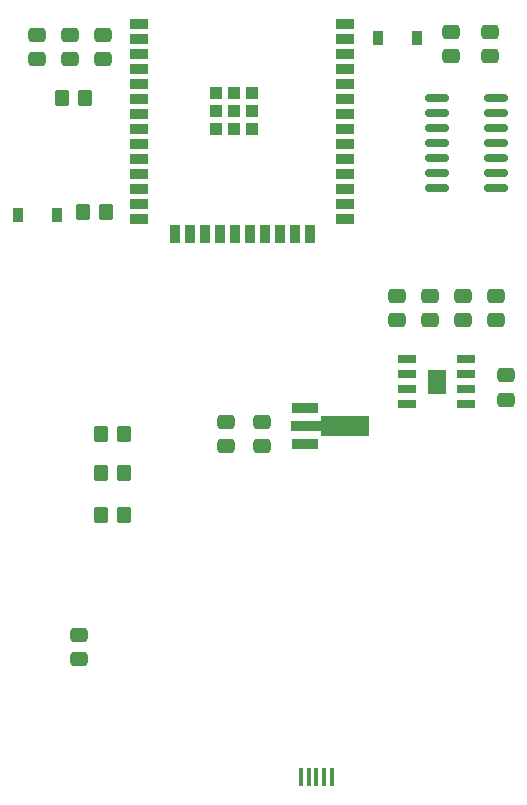
<source format=gtp>
G04 #@! TF.GenerationSoftware,KiCad,Pcbnew,(6.0.10-0)*
G04 #@! TF.CreationDate,2023-03-29T16:12:46-05:00*
G04 #@! TF.ProjectId,v1.0,76312e30-2e6b-4696-9361-645f70636258,rev?*
G04 #@! TF.SameCoordinates,Original*
G04 #@! TF.FileFunction,Paste,Top*
G04 #@! TF.FilePolarity,Positive*
%FSLAX46Y46*%
G04 Gerber Fmt 4.6, Leading zero omitted, Abs format (unit mm)*
G04 Created by KiCad (PCBNEW (6.0.10-0)) date 2023-03-29 16:12:46*
%MOMM*%
%LPD*%
G01*
G04 APERTURE LIST*
G04 Aperture macros list*
%AMRoundRect*
0 Rectangle with rounded corners*
0 $1 Rounding radius*
0 $2 $3 $4 $5 $6 $7 $8 $9 X,Y pos of 4 corners*
0 Add a 4 corners polygon primitive as box body*
4,1,4,$2,$3,$4,$5,$6,$7,$8,$9,$2,$3,0*
0 Add four circle primitives for the rounded corners*
1,1,$1+$1,$2,$3*
1,1,$1+$1,$4,$5*
1,1,$1+$1,$6,$7*
1,1,$1+$1,$8,$9*
0 Add four rect primitives between the rounded corners*
20,1,$1+$1,$2,$3,$4,$5,0*
20,1,$1+$1,$4,$5,$6,$7,0*
20,1,$1+$1,$6,$7,$8,$9,0*
20,1,$1+$1,$8,$9,$2,$3,0*%
%AMFreePoly0*
4,1,9,5.362500,-0.866500,1.237500,-0.866500,1.237500,-0.450000,-1.237500,-0.450000,-1.237500,0.450000,1.237500,0.450000,1.237500,0.866500,5.362500,0.866500,5.362500,-0.866500,5.362500,-0.866500,$1*%
G04 Aperture macros list end*
%ADD10RoundRect,0.150000X-0.825000X-0.150000X0.825000X-0.150000X0.825000X0.150000X-0.825000X0.150000X0*%
%ADD11RoundRect,0.250000X-0.350000X-0.450000X0.350000X-0.450000X0.350000X0.450000X-0.350000X0.450000X0*%
%ADD12RoundRect,0.250000X0.475000X-0.337500X0.475000X0.337500X-0.475000X0.337500X-0.475000X-0.337500X0*%
%ADD13RoundRect,0.250000X-0.475000X0.337500X-0.475000X-0.337500X0.475000X-0.337500X0.475000X0.337500X0*%
%ADD14R,0.900000X1.200000*%
%ADD15RoundRect,0.250000X0.350000X0.450000X-0.350000X0.450000X-0.350000X-0.450000X0.350000X-0.450000X0*%
%ADD16R,2.300000X0.900000*%
%ADD17FreePoly0,0.000000*%
%ADD18R,1.500000X0.900000*%
%ADD19R,0.900000X1.500000*%
%ADD20R,1.050000X1.050000*%
%ADD21R,1.505000X0.802000*%
%ADD22R,1.567800X2.101200*%
%ADD23R,0.450000X1.500000*%
G04 APERTURE END LIST*
D10*
X161863000Y-65532000D03*
X161863000Y-66802000D03*
X161863000Y-68072000D03*
X161863000Y-69342000D03*
X161863000Y-70612000D03*
X161863000Y-71882000D03*
X161863000Y-73152000D03*
X166813000Y-73152000D03*
X166813000Y-71882000D03*
X166813000Y-70612000D03*
X166813000Y-69342000D03*
X166813000Y-68072000D03*
X166813000Y-66802000D03*
X166813000Y-65532000D03*
D11*
X133366000Y-100838000D03*
X135366000Y-100838000D03*
D12*
X131572000Y-113051500D03*
X131572000Y-110976500D03*
D11*
X131842000Y-75184000D03*
X133842000Y-75184000D03*
D12*
X144018000Y-95017500D03*
X144018000Y-92942500D03*
D13*
X166370000Y-59922500D03*
X166370000Y-61997500D03*
D12*
X161290000Y-84349500D03*
X161290000Y-82274500D03*
X166878000Y-84349500D03*
X166878000Y-82274500D03*
X163068000Y-61997500D03*
X163068000Y-59922500D03*
D14*
X129666000Y-75438000D03*
X126366000Y-75438000D03*
D11*
X133366000Y-97282000D03*
X135366000Y-97282000D03*
D12*
X130810000Y-60176500D03*
X130810000Y-62251500D03*
D13*
X147066000Y-92942500D03*
X147066000Y-95017500D03*
D12*
X133604000Y-62251500D03*
X133604000Y-60176500D03*
D15*
X135366000Y-93980000D03*
X133366000Y-93980000D03*
D11*
X130064000Y-65532000D03*
X132064000Y-65532000D03*
D16*
X150680000Y-91790000D03*
D17*
X150767500Y-93290000D03*
D16*
X150680000Y-94790000D03*
D18*
X136600000Y-59265000D03*
X136600000Y-60535000D03*
X136600000Y-61805000D03*
X136600000Y-63075000D03*
X136600000Y-64345000D03*
X136600000Y-65615000D03*
X136600000Y-66885000D03*
X136600000Y-68155000D03*
X136600000Y-69425000D03*
X136600000Y-70695000D03*
X136600000Y-71965000D03*
X136600000Y-73235000D03*
X136600000Y-74505000D03*
X136600000Y-75775000D03*
D19*
X139640000Y-77025000D03*
X140910000Y-77025000D03*
X142180000Y-77025000D03*
X143450000Y-77025000D03*
X144720000Y-77025000D03*
X145990000Y-77025000D03*
X147260000Y-77025000D03*
X148530000Y-77025000D03*
X149800000Y-77025000D03*
X151070000Y-77025000D03*
D18*
X154100000Y-75775000D03*
X154100000Y-74505000D03*
X154100000Y-73235000D03*
X154100000Y-71965000D03*
X154100000Y-70695000D03*
X154100000Y-69425000D03*
X154100000Y-68155000D03*
X154100000Y-66885000D03*
X154100000Y-65615000D03*
X154100000Y-64345000D03*
X154100000Y-63075000D03*
X154100000Y-61805000D03*
X154100000Y-60535000D03*
X154100000Y-59265000D03*
D20*
X146195000Y-68130000D03*
X143145000Y-65080000D03*
X144670000Y-66605000D03*
X144670000Y-68130000D03*
X146195000Y-65080000D03*
X143145000Y-66605000D03*
X144670000Y-65080000D03*
X143145000Y-68130000D03*
X146195000Y-66605000D03*
D12*
X164084000Y-84349500D03*
X164084000Y-82274500D03*
D14*
X160146000Y-60452000D03*
X156846000Y-60452000D03*
D21*
X164338000Y-91440000D03*
X164338000Y-90170000D03*
X164338000Y-88900000D03*
X164338000Y-87630000D03*
X159343000Y-87630000D03*
X159343000Y-88900000D03*
X159343000Y-90170000D03*
X159343000Y-91440000D03*
D22*
X161840500Y-89535000D03*
D12*
X167682500Y-91080500D03*
X167682500Y-89005500D03*
X128016000Y-60176500D03*
X128016000Y-62251500D03*
X158496000Y-84349500D03*
X158496000Y-82274500D03*
D23*
X152938000Y-122999000D03*
X152288000Y-122999000D03*
X151638000Y-122999000D03*
X150988000Y-122999000D03*
X150338000Y-122999000D03*
M02*

</source>
